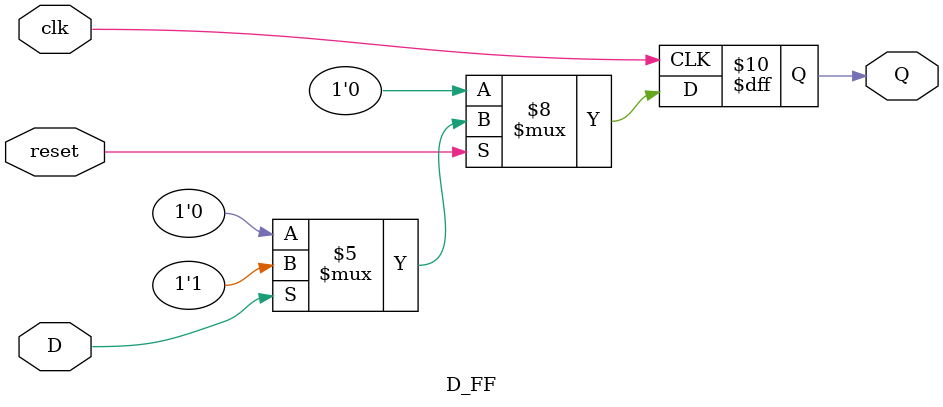
<source format=v>
module D_FF(
    input D,clk,reset,
    output reg Q
);

always @(posedge clk) begin
    if(~reset)
        Q <= 0; 
    else if(D==1'b1)
        Q <= 1;
    else 
        Q <= 0;
end

endmodule 
</source>
